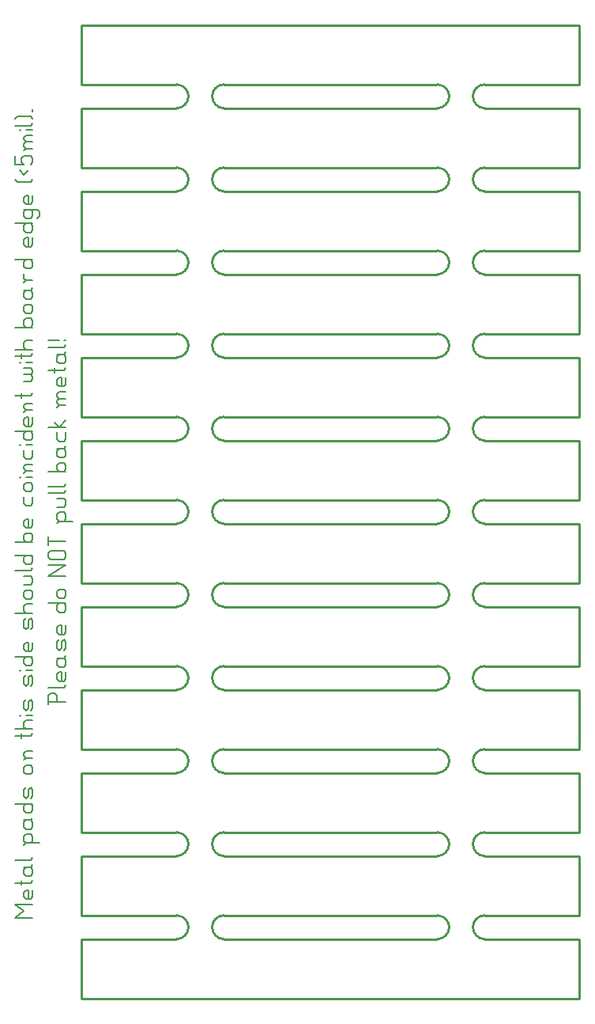
<source format=gbr>
G04 start of page 4 for group 2 idx 2 *
G04 Title: (unknown), outline *
G04 Creator: pcb 20140316 *
G04 CreationDate: Thu 02 Jul 2020 09:16:05 PM GMT UTC *
G04 For: railfan *
G04 Format: Gerber/RS-274X *
G04 PCB-Dimensions (mil): 2500.00 4300.00 *
G04 PCB-Coordinate-Origin: lower left *
%MOIN*%
%FSLAX25Y25*%
%LNOUTLINE*%
%ADD49C,0.0093*%
%ADD48C,0.0074*%
%ADD47C,0.0100*%
G54D47*X240000Y350000D02*Y325000D01*
Y315000D02*Y290000D01*
Y280000D02*Y255000D01*
Y245000D02*Y220000D01*
Y210000D02*Y185000D01*
Y175000D02*Y150000D01*
X200000Y315000D02*X240000D01*
Y290000D02*X200000D01*
Y280000D02*X240000D01*
Y255000D02*X200000D01*
X240000Y220000D02*X200000D01*
Y210000D02*X240000D01*
X30000Y255000D02*Y280000D01*
Y220000D02*Y245000D01*
Y185000D02*Y210000D01*
Y150000D02*Y175000D01*
Y290000D02*X70000D01*
Y280000D02*X30000D01*
Y255000D02*X70000D01*
Y245000D02*X30000D01*
Y220000D02*X70000D01*
Y210000D02*X30000D01*
Y185000D02*X70000D01*
Y175000D02*X30000D01*
X180000Y245000D02*X90000D01*
X200000D02*X240000D01*
X90000Y255000D02*X180000D01*
X90000Y220000D02*X180000D01*
Y210000D02*X90000D01*
Y185000D02*X180000D01*
Y175000D02*X90000D01*
Y150000D02*X180000D01*
Y140000D02*X90000D01*
Y115000D02*X180000D01*
Y105000D02*X90000D01*
Y80000D02*X180000D01*
Y70000D02*X90000D01*
Y45000D02*X180000D01*
Y35000D02*X90000D01*
X200000D02*X240000D01*
X30000Y10000D02*X240000D01*
X30000Y115000D02*Y140000D01*
Y80000D02*Y105000D01*
Y45000D02*Y70000D01*
Y10000D02*Y35000D01*
Y150000D02*X70000D01*
Y140000D02*X30000D01*
Y115000D02*X70000D01*
Y105000D02*X30000D01*
Y80000D02*X70000D01*
Y70000D02*X30000D01*
Y45000D02*X70000D01*
Y35000D02*X30000D01*
X240000Y185000D02*X200000D01*
Y175000D02*X240000D01*
Y140000D02*Y115000D01*
Y105000D02*Y80000D01*
Y70000D02*Y45000D01*
Y35000D02*Y10000D01*
Y150000D02*X200000D01*
Y140000D02*X240000D01*
Y115000D02*X200000D01*
Y105000D02*X240000D01*
Y80000D02*X200000D01*
Y70000D02*X240000D01*
Y45000D02*X200000D01*
X30000Y395000D02*Y420000D01*
Y360000D02*Y385000D01*
Y395000D02*X70000D01*
Y385000D02*X30000D01*
Y325000D02*Y350000D01*
Y290000D02*Y315000D01*
Y360000D02*X70000D01*
X30000Y325000D02*X70000D01*
Y315000D02*X30000D01*
X240000Y420000D02*Y395000D01*
Y385000D02*Y360000D01*
X30000Y420000D02*X240000D01*
X90000Y395000D02*X180000D01*
Y385000D02*X90000D01*
X240000Y395000D02*X200000D01*
Y385000D02*X240000D01*
X70000Y350000D02*X30000D01*
X90000Y360000D02*X180000D01*
Y350000D02*X90000D01*
X240000Y360000D02*X200000D01*
Y350000D02*X240000D01*
X90000Y325000D02*X180000D01*
X240000D02*X200000D01*
X180000Y315000D02*X90000D01*
Y290000D02*X180000D01*
Y280000D02*X90000D01*
X85000Y215000D02*G75*G02X90000Y220000I5000J0D01*G01*
X85000Y215000D02*G75*G03X90000Y210000I5000J0D01*G01*
X75000Y180000D02*G75*G03X70000Y185000I-5000J0D01*G01*
X75000Y180000D02*G75*G02X70000Y175000I-5000J0D01*G01*
X85000Y180000D02*G75*G02X90000Y185000I5000J0D01*G01*
X85000Y180000D02*G75*G03X90000Y175000I5000J0D01*G01*
X75000Y215000D02*G75*G03X70000Y220000I-5000J0D01*G01*
X75000Y215000D02*G75*G02X70000Y210000I-5000J0D01*G01*
X75000Y145000D02*G75*G03X70000Y150000I-5000J0D01*G01*
X185000Y250000D02*G75*G03X180000Y255000I-5000J0D01*G01*
X185000Y250000D02*G75*G02X180000Y245000I-5000J0D01*G01*
X185000Y215000D02*G75*G03X180000Y220000I-5000J0D01*G01*
X185000Y215000D02*G75*G02X180000Y210000I-5000J0D01*G01*
X195000Y215000D02*G75*G02X200000Y220000I5000J0D01*G01*
X195000Y215000D02*G75*G03X200000Y210000I5000J0D01*G01*
X195000Y180000D02*G75*G02X200000Y185000I5000J0D01*G01*
X195000Y180000D02*G75*G03X200000Y175000I5000J0D01*G01*
X185000Y180000D02*G75*G03X180000Y185000I-5000J0D01*G01*
X185000Y180000D02*G75*G02X180000Y175000I-5000J0D01*G01*
X185000Y145000D02*G75*G03X180000Y150000I-5000J0D01*G01*
X75000Y145000D02*G75*G02X70000Y140000I-5000J0D01*G01*
X75000Y110000D02*G75*G03X70000Y115000I-5000J0D01*G01*
X75000Y110000D02*G75*G02X70000Y105000I-5000J0D01*G01*
X85000Y145000D02*G75*G02X90000Y150000I5000J0D01*G01*
X85000Y145000D02*G75*G03X90000Y140000I5000J0D01*G01*
X85000Y110000D02*G75*G02X90000Y115000I5000J0D01*G01*
X85000Y110000D02*G75*G03X90000Y105000I5000J0D01*G01*
X85000Y75000D02*G75*G02X90000Y80000I5000J0D01*G01*
X85000Y75000D02*G75*G03X90000Y70000I5000J0D01*G01*
X75000Y75000D02*G75*G03X70000Y80000I-5000J0D01*G01*
X75000Y75000D02*G75*G02X70000Y70000I-5000J0D01*G01*
X75000Y40000D02*G75*G03X70000Y45000I-5000J0D01*G01*
X75000Y40000D02*G75*G02X70000Y35000I-5000J0D01*G01*
X85000Y40000D02*G75*G02X90000Y45000I5000J0D01*G01*
X85000Y40000D02*G75*G03X90000Y35000I5000J0D01*G01*
X185000Y145000D02*G75*G02X180000Y140000I-5000J0D01*G01*
X185000Y110000D02*G75*G03X180000Y115000I-5000J0D01*G01*
X185000Y110000D02*G75*G02X180000Y105000I-5000J0D01*G01*
X195000Y145000D02*G75*G02X200000Y150000I5000J0D01*G01*
X195000Y145000D02*G75*G03X200000Y140000I5000J0D01*G01*
X195000Y110000D02*G75*G02X200000Y115000I5000J0D01*G01*
X195000Y110000D02*G75*G03X200000Y105000I5000J0D01*G01*
X195000Y75000D02*G75*G02X200000Y80000I5000J0D01*G01*
X195000Y75000D02*G75*G03X200000Y70000I5000J0D01*G01*
X185000Y75000D02*G75*G03X180000Y80000I-5000J0D01*G01*
X185000Y75000D02*G75*G02X180000Y70000I-5000J0D01*G01*
X185000Y40000D02*G75*G03X180000Y45000I-5000J0D01*G01*
X185000Y40000D02*G75*G02X180000Y35000I-5000J0D01*G01*
X195000Y40000D02*G75*G02X200000Y45000I5000J0D01*G01*
X195000Y40000D02*G75*G03X200000Y35000I5000J0D01*G01*
X75000Y390000D02*G75*G03X70000Y395000I-5000J0D01*G01*
X75000Y390000D02*G75*G02X70000Y385000I-5000J0D01*G01*
X85000Y390000D02*G75*G02X90000Y395000I5000J0D01*G01*
X85000Y390000D02*G75*G03X90000Y385000I5000J0D01*G01*
X75000Y355000D02*G75*G03X70000Y360000I-5000J0D01*G01*
X75000Y355000D02*G75*G02X70000Y350000I-5000J0D01*G01*
X85000Y355000D02*G75*G02X90000Y360000I5000J0D01*G01*
X185000Y390000D02*G75*G03X180000Y395000I-5000J0D01*G01*
X185000Y390000D02*G75*G02X180000Y385000I-5000J0D01*G01*
X195000Y390000D02*G75*G02X200000Y395000I5000J0D01*G01*
X195000Y390000D02*G75*G03X200000Y385000I5000J0D01*G01*
X185000Y355000D02*G75*G03X180000Y360000I-5000J0D01*G01*
X185000Y355000D02*G75*G02X180000Y350000I-5000J0D01*G01*
X195000Y355000D02*G75*G02X200000Y360000I5000J0D01*G01*
X195000Y355000D02*G75*G03X200000Y350000I5000J0D01*G01*
X195000Y320000D02*G75*G02X200000Y325000I5000J0D01*G01*
X85000Y355000D02*G75*G03X90000Y350000I5000J0D01*G01*
X85000Y285000D02*G75*G02X90000Y290000I5000J0D01*G01*
X85000Y285000D02*G75*G03X90000Y280000I5000J0D01*G01*
X85000Y250000D02*G75*G02X90000Y255000I5000J0D01*G01*
X85000Y250000D02*G75*G03X90000Y245000I5000J0D01*G01*
X75000Y320000D02*G75*G03X70000Y325000I-5000J0D01*G01*
X75000Y320000D02*G75*G02X70000Y315000I-5000J0D01*G01*
X85000Y320000D02*G75*G02X90000Y325000I5000J0D01*G01*
X85000Y320000D02*G75*G03X90000Y315000I5000J0D01*G01*
X75000Y285000D02*G75*G03X70000Y290000I-5000J0D01*G01*
X75000Y285000D02*G75*G02X70000Y280000I-5000J0D01*G01*
X75000Y250000D02*G75*G03X70000Y255000I-5000J0D01*G01*
X75000Y250000D02*G75*G02X70000Y245000I-5000J0D01*G01*
X185000Y320000D02*G75*G03X180000Y325000I-5000J0D01*G01*
X185000Y320000D02*G75*G02X180000Y315000I-5000J0D01*G01*
X185000Y285000D02*G75*G03X180000Y290000I-5000J0D01*G01*
X185000Y285000D02*G75*G02X180000Y280000I-5000J0D01*G01*
X195000Y320000D02*G75*G03X200000Y315000I5000J0D01*G01*
X195000Y285000D02*G75*G02X200000Y290000I5000J0D01*G01*
X195000Y285000D02*G75*G03X200000Y280000I5000J0D01*G01*
X195000Y250000D02*G75*G02X200000Y255000I5000J0D01*G01*
X195000Y250000D02*G75*G03X200000Y245000I5000J0D01*G01*
G54D48*X1860Y44000D02*X9300D01*
X1860D02*X5580Y46790D01*
X1860Y49580D01*
X9300D01*
Y55532D02*Y52742D01*
X8370Y51812D02*X9300Y52742D01*
X6510Y51812D02*X8370D01*
X6510D02*X5580Y52742D01*
Y54602D02*Y52742D01*
Y54602D02*X6510Y55532D01*
X7440D02*Y51812D01*
X6510Y55532D02*X7440D01*
X1860Y58694D02*X8370D01*
X9300Y59624D01*
X4650D02*Y57764D01*
X5580Y64274D02*X6510Y65204D01*
X5580Y64274D02*Y62414D01*
X6510Y61484D02*X5580Y62414D01*
X6510Y61484D02*X8370D01*
X9300Y62414D01*
X5580Y65204D02*X8370D01*
X9300Y66134D01*
Y64274D02*Y62414D01*
Y64274D02*X8370Y65204D01*
X1860Y68366D02*X8370D01*
X9300Y69296D01*
X6510Y75434D02*X12090D01*
X5580Y74504D02*X6510Y75434D01*
X5580Y76364D01*
Y78224D02*Y76364D01*
Y78224D02*X6510Y79154D01*
X8370D01*
X9300Y78224D02*X8370Y79154D01*
X9300Y78224D02*Y76364D01*
X8370Y75434D02*X9300Y76364D01*
X5580Y84176D02*X6510Y85106D01*
X5580Y84176D02*Y82316D01*
X6510Y81386D02*X5580Y82316D01*
X6510Y81386D02*X8370D01*
X9300Y82316D01*
X5580Y85106D02*X8370D01*
X9300Y86036D01*
Y84176D02*Y82316D01*
Y84176D02*X8370Y85106D01*
X1860Y91988D02*X9300D01*
Y91058D02*X8370Y91988D01*
X9300Y91058D02*Y89198D01*
X8370Y88268D02*X9300Y89198D01*
X6510Y88268D02*X8370D01*
X6510D02*X5580Y89198D01*
Y91058D02*Y89198D01*
Y91058D02*X6510Y91988D01*
X9300Y97940D02*Y95150D01*
Y97940D02*X8370Y98870D01*
X7440Y97940D02*X8370Y98870D01*
X7440Y97940D02*Y95150D01*
X6510Y94220D02*X7440Y95150D01*
X6510Y94220D02*X5580Y95150D01*
Y97940D02*Y95150D01*
Y97940D02*X6510Y98870D01*
X8370Y94220D02*X9300Y95150D01*
X6510Y104450D02*X8370D01*
X6510D02*X5580Y105380D01*
Y107240D02*Y105380D01*
Y107240D02*X6510Y108170D01*
X8370D01*
X9300Y107240D02*X8370Y108170D01*
X9300Y107240D02*Y105380D01*
X8370Y104450D02*X9300Y105380D01*
X6510Y111332D02*X9300D01*
X6510D02*X5580Y112262D01*
Y113192D02*Y112262D01*
Y113192D02*X6510Y114122D01*
X9300D01*
X5580Y110402D02*X6510Y111332D01*
X1860Y120632D02*X8370D01*
X9300Y121562D01*
X4650D02*Y119702D01*
X1860Y123422D02*X9300D01*
X6510D02*X5580Y124352D01*
Y126212D02*Y124352D01*
Y126212D02*X6510Y127142D01*
X9300D01*
G54D49*X3720Y129374D02*X3906D01*
G54D48*X6510D02*X9300D01*
Y134954D02*Y132164D01*
Y134954D02*X8370Y135884D01*
X7440Y134954D02*X8370Y135884D01*
X7440Y134954D02*Y132164D01*
X6510Y131234D02*X7440Y132164D01*
X6510Y131234D02*X5580Y132164D01*
Y134954D02*Y132164D01*
Y134954D02*X6510Y135884D01*
X8370Y131234D02*X9300Y132164D01*
Y145184D02*Y142394D01*
Y145184D02*X8370Y146114D01*
X7440Y145184D02*X8370Y146114D01*
X7440Y145184D02*Y142394D01*
X6510Y141464D02*X7440Y142394D01*
X6510Y141464D02*X5580Y142394D01*
Y145184D02*Y142394D01*
Y145184D02*X6510Y146114D01*
X8370Y141464D02*X9300Y142394D01*
G54D49*X3720Y148346D02*X3906D01*
G54D48*X6510D02*X9300D01*
X1860Y153926D02*X9300D01*
Y152996D02*X8370Y153926D01*
X9300Y152996D02*Y151136D01*
X8370Y150206D02*X9300Y151136D01*
X6510Y150206D02*X8370D01*
X6510D02*X5580Y151136D01*
Y152996D02*Y151136D01*
Y152996D02*X6510Y153926D01*
X9300Y159878D02*Y157088D01*
X8370Y156158D02*X9300Y157088D01*
X6510Y156158D02*X8370D01*
X6510D02*X5580Y157088D01*
Y158948D02*Y157088D01*
Y158948D02*X6510Y159878D01*
X7440D02*Y156158D01*
X6510Y159878D02*X7440D01*
X9300Y169178D02*Y166388D01*
Y169178D02*X8370Y170108D01*
X7440Y169178D02*X8370Y170108D01*
X7440Y169178D02*Y166388D01*
X6510Y165458D02*X7440Y166388D01*
X6510Y165458D02*X5580Y166388D01*
Y169178D02*Y166388D01*
Y169178D02*X6510Y170108D01*
X8370Y165458D02*X9300Y166388D01*
X1860Y172340D02*X9300D01*
X6510D02*X5580Y173270D01*
Y175130D02*Y173270D01*
Y175130D02*X6510Y176060D01*
X9300D01*
X6510Y178292D02*X8370D01*
X6510D02*X5580Y179222D01*
Y181082D02*Y179222D01*
Y181082D02*X6510Y182012D01*
X8370D01*
X9300Y181082D02*X8370Y182012D01*
X9300Y181082D02*Y179222D01*
X8370Y178292D02*X9300Y179222D01*
X5580Y184244D02*X8370D01*
X9300Y185174D01*
Y187034D02*Y185174D01*
Y187034D02*X8370Y187964D01*
X5580D02*X8370D01*
X1860Y190196D02*X8370D01*
X9300Y191126D01*
X1860Y196706D02*X9300D01*
Y195776D02*X8370Y196706D01*
X9300Y195776D02*Y193916D01*
X8370Y192986D02*X9300Y193916D01*
X6510Y192986D02*X8370D01*
X6510D02*X5580Y193916D01*
Y195776D02*Y193916D01*
Y195776D02*X6510Y196706D01*
X1860Y202286D02*X9300D01*
X8370D02*X9300Y203216D01*
Y205076D02*Y203216D01*
Y205076D02*X8370Y206006D01*
X6510D02*X8370D01*
X5580Y205076D02*X6510Y206006D01*
X5580Y205076D02*Y203216D01*
X6510Y202286D02*X5580Y203216D01*
X9300Y211958D02*Y209168D01*
X8370Y208238D02*X9300Y209168D01*
X6510Y208238D02*X8370D01*
X6510D02*X5580Y209168D01*
Y211028D02*Y209168D01*
Y211028D02*X6510Y211958D01*
X7440D02*Y208238D01*
X6510Y211958D02*X7440D01*
X5580Y221258D02*Y218468D01*
X6510Y217538D02*X5580Y218468D01*
X6510Y217538D02*X8370D01*
X9300Y218468D01*
Y221258D02*Y218468D01*
X6510Y223490D02*X8370D01*
X6510D02*X5580Y224420D01*
Y226280D02*Y224420D01*
Y226280D02*X6510Y227210D01*
X8370D01*
X9300Y226280D02*X8370Y227210D01*
X9300Y226280D02*Y224420D01*
X8370Y223490D02*X9300Y224420D01*
G54D49*X3720Y229442D02*X3906D01*
G54D48*X6510D02*X9300D01*
X6510Y232232D02*X9300D01*
X6510D02*X5580Y233162D01*
Y234092D02*Y233162D01*
Y234092D02*X6510Y235022D01*
X9300D01*
X5580Y231302D02*X6510Y232232D01*
X5580Y240974D02*Y238184D01*
X6510Y237254D02*X5580Y238184D01*
X6510Y237254D02*X8370D01*
X9300Y238184D01*
Y240974D02*Y238184D01*
G54D49*X3720Y243206D02*X3906D01*
G54D48*X6510D02*X9300D01*
X1860Y248786D02*X9300D01*
Y247856D02*X8370Y248786D01*
X9300Y247856D02*Y245996D01*
X8370Y245066D02*X9300Y245996D01*
X6510Y245066D02*X8370D01*
X6510D02*X5580Y245996D01*
Y247856D02*Y245996D01*
Y247856D02*X6510Y248786D01*
X9300Y254738D02*Y251948D01*
X8370Y251018D02*X9300Y251948D01*
X6510Y251018D02*X8370D01*
X6510D02*X5580Y251948D01*
Y253808D02*Y251948D01*
Y253808D02*X6510Y254738D01*
X7440D02*Y251018D01*
X6510Y254738D02*X7440D01*
X6510Y257900D02*X9300D01*
X6510D02*X5580Y258830D01*
Y259760D02*Y258830D01*
Y259760D02*X6510Y260690D01*
X9300D01*
X5580Y256970D02*X6510Y257900D01*
X1860Y263852D02*X8370D01*
X9300Y264782D01*
X4650D02*Y262922D01*
X5580Y269990D02*X8370D01*
X9300Y270920D01*
Y271850D02*Y270920D01*
Y271850D02*X8370Y272780D01*
X5580D02*X8370D01*
X9300Y273710D01*
Y274640D02*Y273710D01*
Y274640D02*X8370Y275570D01*
X5580D02*X8370D01*
G54D49*X3720Y277802D02*X3906D01*
G54D48*X6510D02*X9300D01*
X1860Y280592D02*X8370D01*
X9300Y281522D01*
X4650D02*Y279662D01*
X1860Y283382D02*X9300D01*
X6510D02*X5580Y284312D01*
Y286172D02*Y284312D01*
Y286172D02*X6510Y287102D01*
X9300D01*
X1860Y292682D02*X9300D01*
X8370D02*X9300Y293612D01*
Y295472D02*Y293612D01*
Y295472D02*X8370Y296402D01*
X6510D02*X8370D01*
X5580Y295472D02*X6510Y296402D01*
X5580Y295472D02*Y293612D01*
X6510Y292682D02*X5580Y293612D01*
X6510Y298634D02*X8370D01*
X6510D02*X5580Y299564D01*
Y301424D02*Y299564D01*
Y301424D02*X6510Y302354D01*
X8370D01*
X9300Y301424D02*X8370Y302354D01*
X9300Y301424D02*Y299564D01*
X8370Y298634D02*X9300Y299564D01*
X5580Y307376D02*X6510Y308306D01*
X5580Y307376D02*Y305516D01*
X6510Y304586D02*X5580Y305516D01*
X6510Y304586D02*X8370D01*
X9300Y305516D01*
X5580Y308306D02*X8370D01*
X9300Y309236D01*
Y307376D02*Y305516D01*
Y307376D02*X8370Y308306D01*
X6510Y312398D02*X9300D01*
X6510D02*X5580Y313328D01*
Y315188D02*Y313328D01*
Y311468D02*X6510Y312398D01*
X1860Y321140D02*X9300D01*
Y320210D02*X8370Y321140D01*
X9300Y320210D02*Y318350D01*
X8370Y317420D02*X9300Y318350D01*
X6510Y317420D02*X8370D01*
X6510D02*X5580Y318350D01*
Y320210D02*Y318350D01*
Y320210D02*X6510Y321140D01*
X9300Y330440D02*Y327650D01*
X8370Y326720D02*X9300Y327650D01*
X6510Y326720D02*X8370D01*
X6510D02*X5580Y327650D01*
Y329510D02*Y327650D01*
Y329510D02*X6510Y330440D01*
X7440D02*Y326720D01*
X6510Y330440D02*X7440D01*
X1860Y336392D02*X9300D01*
Y335462D02*X8370Y336392D01*
X9300Y335462D02*Y333602D01*
X8370Y332672D02*X9300Y333602D01*
X6510Y332672D02*X8370D01*
X6510D02*X5580Y333602D01*
Y335462D02*Y333602D01*
Y335462D02*X6510Y336392D01*
X5580Y341414D02*X6510Y342344D01*
X5580Y341414D02*Y339554D01*
X6510Y338624D02*X5580Y339554D01*
X6510Y338624D02*X8370D01*
X9300Y339554D01*
Y341414D02*Y339554D01*
Y341414D02*X8370Y342344D01*
X11160Y338624D02*X12090Y339554D01*
Y341414D02*Y339554D01*
Y341414D02*X11160Y342344D01*
X5580D02*X11160D01*
X9300Y348296D02*Y345506D01*
X8370Y344576D02*X9300Y345506D01*
X6510Y344576D02*X8370D01*
X6510D02*X5580Y345506D01*
Y347366D02*Y345506D01*
Y347366D02*X6510Y348296D01*
X7440D02*Y344576D01*
X6510Y348296D02*X7440D01*
X8370Y353876D02*X9300Y354806D01*
X2790Y353876D02*X1860Y354806D01*
X2790Y353876D02*X8370D01*
X5580Y357038D02*X3720Y358898D01*
X5580Y357038D02*X7440Y358898D01*
X1860Y364850D02*Y361130D01*
X5580D01*
X4650Y362060D01*
Y363920D02*Y362060D01*
Y363920D02*X5580Y364850D01*
X8370D01*
X9300Y363920D02*X8370Y364850D01*
X9300Y363920D02*Y362060D01*
X8370Y361130D02*X9300Y362060D01*
X6510Y368012D02*X9300D01*
X6510D02*X5580Y368942D01*
Y369872D02*Y368942D01*
Y369872D02*X6510Y370802D01*
X9300D01*
X6510D02*X5580Y371732D01*
Y372662D02*Y371732D01*
Y372662D02*X6510Y373592D01*
X9300D01*
X5580Y367082D02*X6510Y368012D01*
G54D49*X3720Y375824D02*X3906D01*
G54D48*X6510D02*X9300D01*
X1860Y377684D02*X8370D01*
X9300Y378614D01*
X1860Y380474D02*X2790Y381404D01*
X8370D01*
X9300Y380474D02*X8370Y381404D01*
X9300Y384566D02*Y383636D01*
X15860Y134930D02*X23300D01*
X15860Y137720D02*Y134000D01*
Y137720D02*X16790Y138650D01*
X18650D01*
X19580Y137720D02*X18650Y138650D01*
X19580Y137720D02*Y134930D01*
X15860Y140882D02*X22370D01*
X23300Y141812D01*
Y147392D02*Y144602D01*
X22370Y143672D02*X23300Y144602D01*
X20510Y143672D02*X22370D01*
X20510D02*X19580Y144602D01*
Y146462D02*Y144602D01*
Y146462D02*X20510Y147392D01*
X21440D02*Y143672D01*
X20510Y147392D02*X21440D01*
X19580Y152414D02*X20510Y153344D01*
X19580Y152414D02*Y150554D01*
X20510Y149624D02*X19580Y150554D01*
X20510Y149624D02*X22370D01*
X23300Y150554D01*
X19580Y153344D02*X22370D01*
X23300Y154274D01*
Y152414D02*Y150554D01*
Y152414D02*X22370Y153344D01*
X23300Y160226D02*Y157436D01*
Y160226D02*X22370Y161156D01*
X21440Y160226D02*X22370Y161156D01*
X21440Y160226D02*Y157436D01*
X20510Y156506D02*X21440Y157436D01*
X20510Y156506D02*X19580Y157436D01*
Y160226D02*Y157436D01*
Y160226D02*X20510Y161156D01*
X22370Y156506D02*X23300Y157436D01*
Y167108D02*Y164318D01*
X22370Y163388D02*X23300Y164318D01*
X20510Y163388D02*X22370D01*
X20510D02*X19580Y164318D01*
Y166178D02*Y164318D01*
Y166178D02*X20510Y167108D01*
X21440D02*Y163388D01*
X20510Y167108D02*X21440D01*
X15860Y176408D02*X23300D01*
Y175478D02*X22370Y176408D01*
X23300Y175478D02*Y173618D01*
X22370Y172688D02*X23300Y173618D01*
X20510Y172688D02*X22370D01*
X20510D02*X19580Y173618D01*
Y175478D02*Y173618D01*
Y175478D02*X20510Y176408D01*
Y178640D02*X22370D01*
X20510D02*X19580Y179570D01*
Y181430D02*Y179570D01*
Y181430D02*X20510Y182360D01*
X22370D01*
X23300Y181430D02*X22370Y182360D01*
X23300Y181430D02*Y179570D01*
X22370Y178640D02*X23300Y179570D01*
X15860Y187940D02*X23300D01*
X15860D02*X23300Y192590D01*
X15860D02*X23300D01*
X16790Y194822D02*X22370D01*
X16790D02*X15860Y195752D01*
Y197612D02*Y195752D01*
Y197612D02*X16790Y198542D01*
X22370D01*
X23300Y197612D02*X22370Y198542D01*
X23300Y197612D02*Y195752D01*
X22370Y194822D02*X23300Y195752D01*
X15860Y204494D02*Y200774D01*
Y202634D02*X23300D01*
X20510Y211004D02*X26090D01*
X19580Y210074D02*X20510Y211004D01*
X19580Y211934D01*
Y213794D02*Y211934D01*
Y213794D02*X20510Y214724D01*
X22370D01*
X23300Y213794D02*X22370Y214724D01*
X23300Y213794D02*Y211934D01*
X22370Y211004D02*X23300Y211934D01*
X19580Y216956D02*X22370D01*
X23300Y217886D01*
Y219746D02*Y217886D01*
Y219746D02*X22370Y220676D01*
X19580D02*X22370D01*
X15860Y222908D02*X22370D01*
X23300Y223838D01*
X15860Y225698D02*X22370D01*
X23300Y226628D01*
X15860Y231836D02*X23300D01*
X22370D02*X23300Y232766D01*
Y234626D02*Y232766D01*
Y234626D02*X22370Y235556D01*
X20510D02*X22370D01*
X19580Y234626D02*X20510Y235556D01*
X19580Y234626D02*Y232766D01*
X20510Y231836D02*X19580Y232766D01*
Y240578D02*X20510Y241508D01*
X19580Y240578D02*Y238718D01*
X20510Y237788D02*X19580Y238718D01*
X20510Y237788D02*X22370D01*
X23300Y238718D01*
X19580Y241508D02*X22370D01*
X23300Y242438D01*
Y240578D02*Y238718D01*
Y240578D02*X22370Y241508D01*
X19580Y248390D02*Y245600D01*
X20510Y244670D02*X19580Y245600D01*
X20510Y244670D02*X22370D01*
X23300Y245600D01*
Y248390D02*Y245600D01*
X15860Y250622D02*X23300D01*
X20510D02*X23300Y253412D01*
X20510Y250622D02*X18650Y252482D01*
X20510Y259922D02*X23300D01*
X20510D02*X19580Y260852D01*
Y261782D02*Y260852D01*
Y261782D02*X20510Y262712D01*
X23300D01*
X20510D02*X19580Y263642D01*
Y264572D02*Y263642D01*
Y264572D02*X20510Y265502D01*
X23300D01*
X19580Y258992D02*X20510Y259922D01*
X23300Y271454D02*Y268664D01*
X22370Y267734D02*X23300Y268664D01*
X20510Y267734D02*X22370D01*
X20510D02*X19580Y268664D01*
Y270524D02*Y268664D01*
Y270524D02*X20510Y271454D01*
X21440D02*Y267734D01*
X20510Y271454D02*X21440D01*
X15860Y274616D02*X22370D01*
X23300Y275546D01*
X18650D02*Y273686D01*
X19580Y280196D02*X20510Y281126D01*
X19580Y280196D02*Y278336D01*
X20510Y277406D02*X19580Y278336D01*
X20510Y277406D02*X22370D01*
X23300Y278336D01*
X19580Y281126D02*X22370D01*
X23300Y282056D01*
Y280196D02*Y278336D01*
Y280196D02*X22370Y281126D01*
X15860Y284288D02*X22370D01*
X23300Y285218D01*
X22370Y287078D02*X23300D01*
X15860D02*X20510D01*
M02*

</source>
